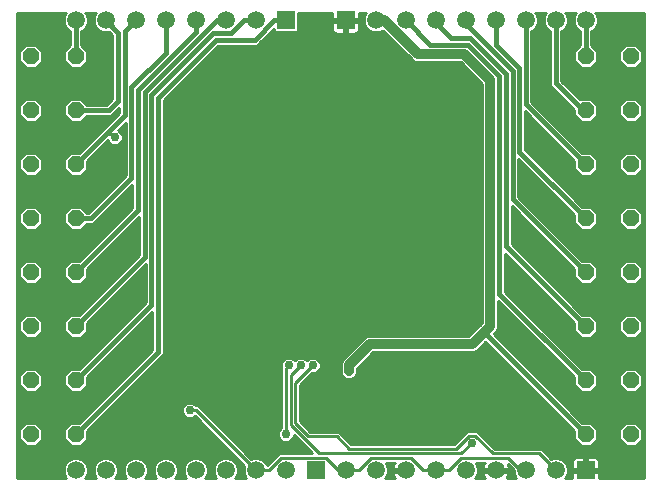
<source format=gbl>
G75*
%MOIN*%
%OFA0B0*%
%FSLAX25Y25*%
%IPPOS*%
%LPD*%
%AMOC8*
5,1,8,0,0,1.08239X$1,22.5*
%
%ADD10R,0.05900X0.05900*%
%ADD11C,0.05900*%
%ADD12OC8,0.05600*%
%ADD13C,0.02978*%
%ADD14C,0.01000*%
%ADD15C,0.03000*%
%ADD16C,0.01600*%
%ADD17C,0.03200*%
D10*
X0105500Y0008500D03*
X0195500Y0008500D03*
X0115500Y0158500D03*
X0095500Y0158500D03*
D11*
X0085500Y0158500D03*
X0075500Y0158500D03*
X0065500Y0158500D03*
X0055500Y0158500D03*
X0045500Y0158500D03*
X0035500Y0158500D03*
X0025500Y0158500D03*
X0125500Y0158500D03*
X0135500Y0158500D03*
X0145500Y0158500D03*
X0155500Y0158500D03*
X0165500Y0158500D03*
X0175500Y0158500D03*
X0185500Y0158500D03*
X0195500Y0158500D03*
X0185500Y0008500D03*
X0175500Y0008500D03*
X0165500Y0008500D03*
X0155500Y0008500D03*
X0145500Y0008500D03*
X0135500Y0008500D03*
X0125500Y0008500D03*
X0115500Y0008500D03*
X0095500Y0008500D03*
X0085500Y0008500D03*
X0075500Y0008500D03*
X0065500Y0008500D03*
X0055500Y0008500D03*
X0045500Y0008500D03*
X0035500Y0008500D03*
X0025500Y0008500D03*
D12*
X0025500Y0020500D03*
X0010500Y0020500D03*
X0010500Y0038500D03*
X0025500Y0038500D03*
X0025500Y0056500D03*
X0010500Y0056500D03*
X0010500Y0074500D03*
X0025500Y0074500D03*
X0025500Y0092500D03*
X0010500Y0092500D03*
X0010500Y0110500D03*
X0025500Y0110500D03*
X0025500Y0128500D03*
X0010500Y0128500D03*
X0010500Y0146500D03*
X0025500Y0146500D03*
X0195500Y0146500D03*
X0210500Y0146500D03*
X0210500Y0128500D03*
X0195500Y0128500D03*
X0195500Y0110500D03*
X0210500Y0110500D03*
X0210500Y0092500D03*
X0195500Y0092500D03*
X0195500Y0074500D03*
X0210500Y0074500D03*
X0210500Y0056500D03*
X0195500Y0056500D03*
X0195500Y0038500D03*
X0210500Y0038500D03*
X0210500Y0020500D03*
X0195500Y0020500D03*
D13*
X0157500Y0017500D03*
X0116500Y0041500D03*
X0108500Y0043500D03*
X0104500Y0043500D03*
X0100500Y0043500D03*
X0096500Y0043500D03*
X0095500Y0020500D03*
X0063500Y0028500D03*
X0038500Y0119500D03*
D14*
X0006000Y0161000D02*
X0006000Y0006000D01*
X0022272Y0006000D01*
X0022067Y0006206D01*
X0021450Y0007694D01*
X0021450Y0009306D01*
X0022067Y0010794D01*
X0023206Y0011933D01*
X0024694Y0012550D01*
X0026306Y0012550D01*
X0027794Y0011933D01*
X0028933Y0010794D01*
X0029550Y0009306D01*
X0029550Y0007694D01*
X0028933Y0006206D01*
X0028728Y0006000D01*
X0032272Y0006000D01*
X0032067Y0006206D01*
X0031450Y0007694D01*
X0031450Y0009306D01*
X0032067Y0010794D01*
X0033206Y0011933D01*
X0034694Y0012550D01*
X0036306Y0012550D01*
X0037794Y0011933D01*
X0038933Y0010794D01*
X0039550Y0009306D01*
X0039550Y0007694D01*
X0038933Y0006206D01*
X0038728Y0006000D01*
X0042272Y0006000D01*
X0042067Y0006206D01*
X0041450Y0007694D01*
X0041450Y0009306D01*
X0042067Y0010794D01*
X0043206Y0011933D01*
X0044694Y0012550D01*
X0046306Y0012550D01*
X0047794Y0011933D01*
X0048933Y0010794D01*
X0049550Y0009306D01*
X0049550Y0007694D01*
X0048933Y0006206D01*
X0048728Y0006000D01*
X0052272Y0006000D01*
X0052067Y0006206D01*
X0051450Y0007694D01*
X0051450Y0009306D01*
X0052067Y0010794D01*
X0053206Y0011933D01*
X0054694Y0012550D01*
X0056306Y0012550D01*
X0057794Y0011933D01*
X0058933Y0010794D01*
X0059550Y0009306D01*
X0059550Y0007694D01*
X0058933Y0006206D01*
X0058728Y0006000D01*
X0062272Y0006000D01*
X0062067Y0006206D01*
X0061450Y0007694D01*
X0061450Y0009306D01*
X0062067Y0010794D01*
X0063206Y0011933D01*
X0064694Y0012550D01*
X0066306Y0012550D01*
X0067794Y0011933D01*
X0068933Y0010794D01*
X0069550Y0009306D01*
X0069550Y0007694D01*
X0068933Y0006206D01*
X0068728Y0006000D01*
X0072272Y0006000D01*
X0072067Y0006206D01*
X0071450Y0007694D01*
X0071450Y0009306D01*
X0072067Y0010794D01*
X0073206Y0011933D01*
X0074694Y0012550D01*
X0076306Y0012550D01*
X0077794Y0011933D01*
X0078933Y0010794D01*
X0079550Y0009306D01*
X0079550Y0007694D01*
X0078933Y0006206D01*
X0078728Y0006000D01*
X0082272Y0006000D01*
X0082067Y0006206D01*
X0081450Y0007694D01*
X0081450Y0009306D01*
X0081738Y0010000D01*
X0065199Y0026538D01*
X0064967Y0026305D01*
X0064015Y0025911D01*
X0062985Y0025911D01*
X0062033Y0026305D01*
X0061305Y0027033D01*
X0060911Y0027985D01*
X0060911Y0029015D01*
X0061305Y0029967D01*
X0062033Y0030695D01*
X0062985Y0031089D01*
X0064015Y0031089D01*
X0064967Y0030695D01*
X0065561Y0030100D01*
X0066163Y0030100D01*
X0067100Y0029163D01*
X0084000Y0012262D01*
X0084694Y0012550D01*
X0086306Y0012550D01*
X0087794Y0011933D01*
X0088933Y0010794D01*
X0089188Y0010179D01*
X0092222Y0013213D01*
X0093160Y0014150D01*
X0104187Y0014150D01*
X0098089Y0020248D01*
X0098089Y0019985D01*
X0097695Y0019033D01*
X0096967Y0018305D01*
X0096015Y0017911D01*
X0094985Y0017911D01*
X0094033Y0018305D01*
X0093305Y0019033D01*
X0092911Y0019985D01*
X0092911Y0021015D01*
X0093305Y0021967D01*
X0093900Y0022561D01*
X0093900Y0043163D01*
X0093911Y0043174D01*
X0093911Y0044015D01*
X0094305Y0044967D01*
X0095033Y0045695D01*
X0095985Y0046089D01*
X0097015Y0046089D01*
X0097967Y0045695D01*
X0098500Y0045161D01*
X0099033Y0045695D01*
X0099985Y0046089D01*
X0101015Y0046089D01*
X0101967Y0045695D01*
X0102500Y0045161D01*
X0103033Y0045695D01*
X0103985Y0046089D01*
X0105015Y0046089D01*
X0105967Y0045695D01*
X0106695Y0044967D01*
X0107089Y0044015D01*
X0107089Y0042985D01*
X0106695Y0042033D01*
X0105967Y0041305D01*
X0105015Y0040911D01*
X0104174Y0040911D01*
X0100300Y0037037D01*
X0100300Y0024825D01*
X0103716Y0021409D01*
X0113172Y0021409D01*
X0117232Y0017350D01*
X0151426Y0017350D01*
X0155765Y0021689D01*
X0159235Y0021689D01*
X0165174Y0015750D01*
X0180513Y0015750D01*
X0181450Y0014813D01*
X0181450Y0014813D01*
X0184000Y0012262D01*
X0184694Y0012550D01*
X0186306Y0012550D01*
X0187794Y0011933D01*
X0188933Y0010794D01*
X0189550Y0009306D01*
X0189550Y0007694D01*
X0188933Y0006206D01*
X0188728Y0006000D01*
X0191050Y0006000D01*
X0191050Y0008025D01*
X0195025Y0008025D01*
X0195025Y0008975D01*
X0195025Y0012950D01*
X0192353Y0012950D01*
X0191971Y0012848D01*
X0191629Y0012650D01*
X0191350Y0012371D01*
X0191152Y0012029D01*
X0191050Y0011647D01*
X0191050Y0008975D01*
X0195025Y0008975D01*
X0195975Y0008975D01*
X0195975Y0012950D01*
X0198647Y0012950D01*
X0199029Y0012848D01*
X0199371Y0012650D01*
X0199650Y0012371D01*
X0199848Y0012029D01*
X0199950Y0011647D01*
X0199950Y0008975D01*
X0195975Y0008975D01*
X0195975Y0008025D01*
X0199950Y0008025D01*
X0199950Y0006000D01*
X0215000Y0006000D01*
X0215000Y0161000D01*
X0198728Y0161000D01*
X0198933Y0160794D01*
X0199550Y0159306D01*
X0199550Y0157694D01*
X0198933Y0156206D01*
X0197794Y0155067D01*
X0197400Y0154903D01*
X0197400Y0150115D01*
X0199400Y0148115D01*
X0199400Y0144885D01*
X0197115Y0142600D01*
X0193885Y0142600D01*
X0191600Y0144885D01*
X0191600Y0148115D01*
X0193600Y0150115D01*
X0193600Y0154903D01*
X0193206Y0155067D01*
X0192067Y0156206D01*
X0191450Y0157694D01*
X0191450Y0159306D01*
X0192067Y0160794D01*
X0192272Y0161000D01*
X0188728Y0161000D01*
X0188933Y0160794D01*
X0189550Y0159306D01*
X0189550Y0157694D01*
X0188933Y0156206D01*
X0187794Y0155067D01*
X0187400Y0154903D01*
X0187400Y0138287D01*
X0193586Y0132101D01*
X0193885Y0132400D01*
X0197115Y0132400D01*
X0199400Y0130115D01*
X0199400Y0126885D01*
X0197115Y0124600D01*
X0193885Y0124600D01*
X0191600Y0126885D01*
X0191600Y0128713D01*
X0183600Y0136713D01*
X0183600Y0154903D01*
X0183206Y0155067D01*
X0182067Y0156206D01*
X0181450Y0157694D01*
X0181450Y0159306D01*
X0182067Y0160794D01*
X0182272Y0161000D01*
X0178728Y0161000D01*
X0178933Y0160794D01*
X0179550Y0159306D01*
X0179550Y0157694D01*
X0178933Y0156206D01*
X0177794Y0155067D01*
X0177400Y0154903D01*
X0177400Y0131287D01*
X0194287Y0114400D01*
X0197115Y0114400D01*
X0199400Y0112115D01*
X0199400Y0108885D01*
X0197115Y0106600D01*
X0193885Y0106600D01*
X0191600Y0108885D01*
X0191600Y0111713D01*
X0175200Y0128113D01*
X0175200Y0115487D01*
X0194287Y0096400D01*
X0197115Y0096400D01*
X0199400Y0094115D01*
X0199400Y0090885D01*
X0197115Y0088600D01*
X0193885Y0088600D01*
X0191600Y0090885D01*
X0191600Y0093713D01*
X0173000Y0112313D01*
X0173000Y0099687D01*
X0194287Y0078400D01*
X0197115Y0078400D01*
X0199400Y0076115D01*
X0199400Y0072885D01*
X0197115Y0070600D01*
X0193885Y0070600D01*
X0191600Y0072885D01*
X0191600Y0075713D01*
X0170800Y0096513D01*
X0170800Y0083887D01*
X0194287Y0060400D01*
X0197115Y0060400D01*
X0199400Y0058115D01*
X0199400Y0054885D01*
X0197115Y0052600D01*
X0193885Y0052600D01*
X0191600Y0054885D01*
X0191600Y0057713D01*
X0168600Y0080713D01*
X0168600Y0068087D01*
X0194287Y0042400D01*
X0197115Y0042400D01*
X0199400Y0040115D01*
X0199400Y0036885D01*
X0197115Y0034600D01*
X0193885Y0034600D01*
X0191600Y0036885D01*
X0191600Y0039713D01*
X0166400Y0064913D01*
X0166400Y0056163D01*
X0165989Y0055171D01*
X0164753Y0053934D01*
X0194287Y0024400D01*
X0197115Y0024400D01*
X0199400Y0022115D01*
X0199400Y0018885D01*
X0197115Y0016600D01*
X0193885Y0016600D01*
X0191600Y0018885D01*
X0191600Y0021713D01*
X0162066Y0051247D01*
X0159789Y0048971D01*
X0159029Y0048211D01*
X0158037Y0047800D01*
X0124618Y0047800D01*
X0119200Y0042382D01*
X0119200Y0040963D01*
X0118789Y0039971D01*
X0118029Y0039211D01*
X0117037Y0038800D01*
X0115963Y0038800D01*
X0114971Y0039211D01*
X0114211Y0039971D01*
X0113800Y0040963D01*
X0113800Y0044037D01*
X0114211Y0045029D01*
X0114971Y0045789D01*
X0121971Y0052789D01*
X0122963Y0053200D01*
X0156382Y0053200D01*
X0160563Y0057382D01*
X0161000Y0057818D01*
X0161000Y0137405D01*
X0153805Y0144600D01*
X0138880Y0144600D01*
X0137887Y0145011D01*
X0137128Y0145771D01*
X0127813Y0155085D01*
X0127794Y0155067D01*
X0126306Y0154450D01*
X0124694Y0154450D01*
X0123206Y0155067D01*
X0122067Y0156206D01*
X0121450Y0157694D01*
X0121450Y0159306D01*
X0122067Y0160794D01*
X0122272Y0161000D01*
X0119950Y0161000D01*
X0119950Y0158975D01*
X0115975Y0158975D01*
X0115975Y0158025D01*
X0119950Y0158025D01*
X0119950Y0155353D01*
X0119848Y0154971D01*
X0119650Y0154629D01*
X0119371Y0154350D01*
X0119029Y0154152D01*
X0118647Y0154050D01*
X0115975Y0154050D01*
X0115975Y0158025D01*
X0115025Y0158025D01*
X0115025Y0154050D01*
X0112353Y0154050D01*
X0111971Y0154152D01*
X0111629Y0154350D01*
X0111350Y0154629D01*
X0111152Y0154971D01*
X0111050Y0155353D01*
X0111050Y0158025D01*
X0115025Y0158025D01*
X0115025Y0158975D01*
X0111050Y0158975D01*
X0111050Y0161000D01*
X0099550Y0161000D01*
X0099550Y0155094D01*
X0098906Y0154450D01*
X0092094Y0154450D01*
X0091450Y0155094D01*
X0091450Y0155611D01*
X0087002Y0151163D01*
X0085889Y0150050D01*
X0072960Y0150050D01*
X0054800Y0131890D01*
X0054800Y0047113D01*
X0029400Y0021713D01*
X0029400Y0018885D01*
X0027115Y0016600D01*
X0023885Y0016600D01*
X0021600Y0018885D01*
X0021600Y0022115D01*
X0023885Y0024400D01*
X0026713Y0024400D01*
X0051000Y0048687D01*
X0051000Y0061313D01*
X0029400Y0039713D01*
X0029400Y0036885D01*
X0027115Y0034600D01*
X0023885Y0034600D01*
X0021600Y0036885D01*
X0021600Y0040115D01*
X0023885Y0042400D01*
X0026713Y0042400D01*
X0048800Y0064487D01*
X0048800Y0077113D01*
X0029400Y0057713D01*
X0029400Y0054885D01*
X0027115Y0052600D01*
X0023885Y0052600D01*
X0021600Y0054885D01*
X0021600Y0058115D01*
X0023885Y0060400D01*
X0026713Y0060400D01*
X0046600Y0080287D01*
X0046600Y0092913D01*
X0029400Y0075713D01*
X0029400Y0072885D01*
X0027115Y0070600D01*
X0023885Y0070600D01*
X0021600Y0072885D01*
X0021600Y0076115D01*
X0023885Y0078400D01*
X0026713Y0078400D01*
X0044289Y0095976D01*
X0044289Y0103602D01*
X0031287Y0090600D01*
X0029115Y0090600D01*
X0027115Y0088600D01*
X0023885Y0088600D01*
X0021600Y0090885D01*
X0021600Y0094115D01*
X0023885Y0096400D01*
X0027115Y0096400D01*
X0029115Y0094400D01*
X0029713Y0094400D01*
X0042089Y0106776D01*
X0042089Y0124402D01*
X0039553Y0121866D01*
X0039967Y0121695D01*
X0040695Y0120967D01*
X0041089Y0120015D01*
X0041089Y0118985D01*
X0040695Y0118033D01*
X0039967Y0117305D01*
X0039015Y0116911D01*
X0037985Y0116911D01*
X0037033Y0117305D01*
X0036305Y0118033D01*
X0036134Y0118447D01*
X0029400Y0111713D01*
X0029400Y0108885D01*
X0027115Y0106600D01*
X0023885Y0106600D01*
X0021600Y0108885D01*
X0021600Y0112115D01*
X0023885Y0114400D01*
X0026713Y0114400D01*
X0033600Y0121287D01*
X0039889Y0127576D01*
X0039889Y0129202D01*
X0037287Y0126600D01*
X0029115Y0126600D01*
X0027115Y0124600D01*
X0023885Y0124600D01*
X0021600Y0126885D01*
X0021600Y0130115D01*
X0023885Y0132400D01*
X0027115Y0132400D01*
X0029115Y0130400D01*
X0035713Y0130400D01*
X0037689Y0132376D01*
X0037689Y0153624D01*
X0036700Y0154613D01*
X0036306Y0154450D01*
X0034694Y0154450D01*
X0033206Y0155067D01*
X0032067Y0156206D01*
X0031450Y0157694D01*
X0031450Y0159306D01*
X0032067Y0160794D01*
X0032272Y0161000D01*
X0028728Y0161000D01*
X0028933Y0160794D01*
X0029550Y0159306D01*
X0029550Y0157694D01*
X0028933Y0156206D01*
X0027794Y0155067D01*
X0027400Y0154903D01*
X0027400Y0150115D01*
X0029400Y0148115D01*
X0029400Y0144885D01*
X0027115Y0142600D01*
X0023885Y0142600D01*
X0021600Y0144885D01*
X0021600Y0148115D01*
X0023600Y0150115D01*
X0023600Y0154903D01*
X0023206Y0155067D01*
X0022067Y0156206D01*
X0021450Y0157694D01*
X0021450Y0159306D01*
X0022067Y0160794D01*
X0022272Y0161000D01*
X0006000Y0161000D01*
X0006000Y0160263D02*
X0021847Y0160263D01*
X0021450Y0159265D02*
X0006000Y0159265D01*
X0006000Y0158266D02*
X0021450Y0158266D01*
X0021627Y0157268D02*
X0006000Y0157268D01*
X0006000Y0156269D02*
X0022040Y0156269D01*
X0023002Y0155271D02*
X0006000Y0155271D01*
X0006000Y0154272D02*
X0023600Y0154272D01*
X0023600Y0153274D02*
X0006000Y0153274D01*
X0006000Y0152275D02*
X0023600Y0152275D01*
X0023600Y0151277D02*
X0006000Y0151277D01*
X0006000Y0150278D02*
X0008763Y0150278D01*
X0008885Y0150400D02*
X0006600Y0148115D01*
X0006600Y0144885D01*
X0008885Y0142600D01*
X0012115Y0142600D01*
X0014400Y0144885D01*
X0014400Y0148115D01*
X0012115Y0150400D01*
X0008885Y0150400D01*
X0007764Y0149280D02*
X0006000Y0149280D01*
X0006000Y0148281D02*
X0006766Y0148281D01*
X0006600Y0147283D02*
X0006000Y0147283D01*
X0006000Y0146284D02*
X0006600Y0146284D01*
X0006600Y0145286D02*
X0006000Y0145286D01*
X0006000Y0144287D02*
X0007197Y0144287D01*
X0008196Y0143289D02*
X0006000Y0143289D01*
X0006000Y0142290D02*
X0037689Y0142290D01*
X0037689Y0141292D02*
X0006000Y0141292D01*
X0006000Y0140293D02*
X0037689Y0140293D01*
X0037689Y0139295D02*
X0006000Y0139295D01*
X0006000Y0138296D02*
X0037689Y0138296D01*
X0037689Y0137298D02*
X0006000Y0137298D01*
X0006000Y0136299D02*
X0037689Y0136299D01*
X0037689Y0135301D02*
X0006000Y0135301D01*
X0006000Y0134302D02*
X0037689Y0134302D01*
X0037689Y0133303D02*
X0006000Y0133303D01*
X0006000Y0132305D02*
X0008790Y0132305D01*
X0008885Y0132400D02*
X0006600Y0130115D01*
X0006600Y0126885D01*
X0008885Y0124600D01*
X0012115Y0124600D01*
X0014400Y0126885D01*
X0014400Y0130115D01*
X0012115Y0132400D01*
X0008885Y0132400D01*
X0007791Y0131306D02*
X0006000Y0131306D01*
X0006000Y0130308D02*
X0006793Y0130308D01*
X0006600Y0129309D02*
X0006000Y0129309D01*
X0006000Y0128311D02*
X0006600Y0128311D01*
X0006600Y0127312D02*
X0006000Y0127312D01*
X0006000Y0126314D02*
X0007171Y0126314D01*
X0008169Y0125315D02*
X0006000Y0125315D01*
X0006000Y0124317D02*
X0036630Y0124317D01*
X0037628Y0125315D02*
X0027831Y0125315D01*
X0028829Y0126314D02*
X0038627Y0126314D01*
X0037999Y0127312D02*
X0039625Y0127312D01*
X0039889Y0128311D02*
X0038998Y0128311D01*
X0036619Y0131306D02*
X0028209Y0131306D01*
X0027210Y0132305D02*
X0037618Y0132305D01*
X0042004Y0124317D02*
X0042089Y0124317D01*
X0042089Y0123318D02*
X0041005Y0123318D01*
X0040007Y0122320D02*
X0042089Y0122320D01*
X0042089Y0121321D02*
X0040340Y0121321D01*
X0040961Y0120323D02*
X0042089Y0120323D01*
X0042089Y0119324D02*
X0041089Y0119324D01*
X0040816Y0118326D02*
X0042089Y0118326D01*
X0042089Y0117327D02*
X0039989Y0117327D01*
X0042089Y0116329D02*
X0034016Y0116329D01*
X0035014Y0117327D02*
X0037011Y0117327D01*
X0036184Y0118326D02*
X0036013Y0118326D01*
X0037500Y0120500D02*
X0038500Y0119500D01*
X0037500Y0120500D02*
X0035500Y0120500D01*
X0034633Y0122320D02*
X0006000Y0122320D01*
X0006000Y0123318D02*
X0035631Y0123318D01*
X0033634Y0121321D02*
X0006000Y0121321D01*
X0006000Y0120323D02*
X0032636Y0120323D01*
X0031637Y0119324D02*
X0006000Y0119324D01*
X0006000Y0118326D02*
X0030639Y0118326D01*
X0029640Y0117327D02*
X0006000Y0117327D01*
X0006000Y0116329D02*
X0028642Y0116329D01*
X0027643Y0115330D02*
X0006000Y0115330D01*
X0006000Y0114332D02*
X0008816Y0114332D01*
X0008885Y0114400D02*
X0006600Y0112115D01*
X0006600Y0108885D01*
X0008885Y0106600D01*
X0012115Y0106600D01*
X0014400Y0108885D01*
X0014400Y0112115D01*
X0012115Y0114400D01*
X0008885Y0114400D01*
X0007818Y0113333D02*
X0006000Y0113333D01*
X0006000Y0112335D02*
X0006819Y0112335D01*
X0006600Y0111336D02*
X0006000Y0111336D01*
X0006000Y0110338D02*
X0006600Y0110338D01*
X0006600Y0109339D02*
X0006000Y0109339D01*
X0006000Y0108341D02*
X0007144Y0108341D01*
X0008142Y0107342D02*
X0006000Y0107342D01*
X0006000Y0106344D02*
X0041657Y0106344D01*
X0042089Y0107342D02*
X0027858Y0107342D01*
X0028856Y0108341D02*
X0042089Y0108341D01*
X0042089Y0109339D02*
X0029400Y0109339D01*
X0029400Y0110338D02*
X0042089Y0110338D01*
X0042089Y0111336D02*
X0029400Y0111336D01*
X0030022Y0112335D02*
X0042089Y0112335D01*
X0042089Y0113333D02*
X0031020Y0113333D01*
X0032019Y0114332D02*
X0042089Y0114332D01*
X0042089Y0115330D02*
X0033017Y0115330D01*
X0023816Y0114332D02*
X0012184Y0114332D01*
X0013182Y0113333D02*
X0022818Y0113333D01*
X0021819Y0112335D02*
X0014181Y0112335D01*
X0014400Y0111336D02*
X0021600Y0111336D01*
X0021600Y0110338D02*
X0014400Y0110338D01*
X0014400Y0109339D02*
X0021600Y0109339D01*
X0022144Y0108341D02*
X0013856Y0108341D01*
X0012858Y0107342D02*
X0023142Y0107342D01*
X0034667Y0099354D02*
X0006000Y0099354D01*
X0006000Y0098356D02*
X0033669Y0098356D01*
X0032670Y0097357D02*
X0006000Y0097357D01*
X0006000Y0096359D02*
X0008843Y0096359D01*
X0008885Y0096400D02*
X0006600Y0094115D01*
X0006600Y0090885D01*
X0008885Y0088600D01*
X0012115Y0088600D01*
X0014400Y0090885D01*
X0014400Y0094115D01*
X0012115Y0096400D01*
X0008885Y0096400D01*
X0007845Y0095360D02*
X0006000Y0095360D01*
X0006000Y0094362D02*
X0006846Y0094362D01*
X0006600Y0093363D02*
X0006000Y0093363D01*
X0006000Y0092365D02*
X0006600Y0092365D01*
X0006600Y0091366D02*
X0006000Y0091366D01*
X0006000Y0090368D02*
X0007117Y0090368D01*
X0008116Y0089369D02*
X0006000Y0089369D01*
X0006000Y0088370D02*
X0036683Y0088370D01*
X0035685Y0087372D02*
X0006000Y0087372D01*
X0006000Y0086373D02*
X0034686Y0086373D01*
X0033688Y0085375D02*
X0006000Y0085375D01*
X0006000Y0084376D02*
X0032689Y0084376D01*
X0031691Y0083378D02*
X0006000Y0083378D01*
X0006000Y0082379D02*
X0030692Y0082379D01*
X0029694Y0081381D02*
X0006000Y0081381D01*
X0006000Y0080382D02*
X0028695Y0080382D01*
X0027697Y0079384D02*
X0006000Y0079384D01*
X0006000Y0078385D02*
X0008870Y0078385D01*
X0008885Y0078400D02*
X0006600Y0076115D01*
X0006600Y0072885D01*
X0008885Y0070600D01*
X0012115Y0070600D01*
X0014400Y0072885D01*
X0014400Y0076115D01*
X0012115Y0078400D01*
X0008885Y0078400D01*
X0007871Y0077387D02*
X0006000Y0077387D01*
X0006000Y0076388D02*
X0006873Y0076388D01*
X0006600Y0075390D02*
X0006000Y0075390D01*
X0006000Y0074391D02*
X0006600Y0074391D01*
X0006600Y0073393D02*
X0006000Y0073393D01*
X0006000Y0072394D02*
X0007090Y0072394D01*
X0008089Y0071396D02*
X0006000Y0071396D01*
X0006000Y0070397D02*
X0036710Y0070397D01*
X0035712Y0069399D02*
X0006000Y0069399D01*
X0006000Y0068400D02*
X0034713Y0068400D01*
X0033715Y0067402D02*
X0006000Y0067402D01*
X0006000Y0066403D02*
X0032716Y0066403D01*
X0031718Y0065405D02*
X0006000Y0065405D01*
X0006000Y0064406D02*
X0030719Y0064406D01*
X0029721Y0063408D02*
X0006000Y0063408D01*
X0006000Y0062409D02*
X0028722Y0062409D01*
X0027724Y0061411D02*
X0006000Y0061411D01*
X0006000Y0060412D02*
X0026725Y0060412D01*
X0030102Y0058415D02*
X0042728Y0058415D01*
X0041730Y0057417D02*
X0029400Y0057417D01*
X0029400Y0056418D02*
X0040731Y0056418D01*
X0039733Y0055420D02*
X0029400Y0055420D01*
X0028937Y0054421D02*
X0038734Y0054421D01*
X0037736Y0053423D02*
X0027938Y0053423D01*
X0023062Y0053423D02*
X0012938Y0053423D01*
X0012115Y0052600D02*
X0014400Y0054885D01*
X0014400Y0058115D01*
X0012115Y0060400D01*
X0008885Y0060400D01*
X0006600Y0058115D01*
X0006600Y0054885D01*
X0008885Y0052600D01*
X0012115Y0052600D01*
X0013937Y0054421D02*
X0022063Y0054421D01*
X0021600Y0055420D02*
X0014400Y0055420D01*
X0014400Y0056418D02*
X0021600Y0056418D01*
X0021600Y0057417D02*
X0014400Y0057417D01*
X0014100Y0058415D02*
X0021900Y0058415D01*
X0022898Y0059414D02*
X0013102Y0059414D01*
X0007898Y0059414D02*
X0006000Y0059414D01*
X0006000Y0058415D02*
X0006900Y0058415D01*
X0006600Y0057417D02*
X0006000Y0057417D01*
X0006000Y0056418D02*
X0006600Y0056418D01*
X0006600Y0055420D02*
X0006000Y0055420D01*
X0006000Y0054421D02*
X0007063Y0054421D01*
X0008062Y0053423D02*
X0006000Y0053423D01*
X0006000Y0052424D02*
X0036737Y0052424D01*
X0035739Y0051426D02*
X0006000Y0051426D01*
X0006000Y0050427D02*
X0034740Y0050427D01*
X0033742Y0049429D02*
X0006000Y0049429D01*
X0006000Y0048430D02*
X0032743Y0048430D01*
X0031745Y0047432D02*
X0006000Y0047432D01*
X0006000Y0046433D02*
X0030746Y0046433D01*
X0029748Y0045434D02*
X0006000Y0045434D01*
X0006000Y0044436D02*
X0028749Y0044436D01*
X0027750Y0043437D02*
X0006000Y0043437D01*
X0006000Y0042439D02*
X0026752Y0042439D01*
X0030129Y0040442D02*
X0042755Y0040442D01*
X0043753Y0041440D02*
X0031127Y0041440D01*
X0032126Y0042439D02*
X0044752Y0042439D01*
X0045750Y0043437D02*
X0033124Y0043437D01*
X0034123Y0044436D02*
X0046749Y0044436D01*
X0047748Y0045434D02*
X0035121Y0045434D01*
X0036120Y0046433D02*
X0048746Y0046433D01*
X0049745Y0047432D02*
X0037119Y0047432D01*
X0038117Y0048430D02*
X0050743Y0048430D01*
X0051000Y0049429D02*
X0039116Y0049429D01*
X0040114Y0050427D02*
X0051000Y0050427D01*
X0051000Y0051426D02*
X0041113Y0051426D01*
X0042111Y0052424D02*
X0051000Y0052424D01*
X0051000Y0053423D02*
X0043110Y0053423D01*
X0044108Y0054421D02*
X0051000Y0054421D01*
X0051000Y0055420D02*
X0045107Y0055420D01*
X0046105Y0056418D02*
X0051000Y0056418D01*
X0051000Y0057417D02*
X0047104Y0057417D01*
X0048102Y0058415D02*
X0051000Y0058415D01*
X0051000Y0059414D02*
X0049101Y0059414D01*
X0050099Y0060412D02*
X0051000Y0060412D01*
X0054800Y0060412D02*
X0161000Y0060412D01*
X0161000Y0059414D02*
X0054800Y0059414D01*
X0054800Y0058415D02*
X0161000Y0058415D01*
X0160598Y0057417D02*
X0054800Y0057417D01*
X0054800Y0056418D02*
X0159600Y0056418D01*
X0158601Y0055420D02*
X0054800Y0055420D01*
X0054800Y0054421D02*
X0157603Y0054421D01*
X0156604Y0053423D02*
X0054800Y0053423D01*
X0054800Y0052424D02*
X0121606Y0052424D01*
X0120607Y0051426D02*
X0054800Y0051426D01*
X0054800Y0050427D02*
X0119609Y0050427D01*
X0118610Y0049429D02*
X0054800Y0049429D01*
X0054800Y0048430D02*
X0117612Y0048430D01*
X0116613Y0047432D02*
X0054800Y0047432D01*
X0054120Y0046433D02*
X0115615Y0046433D01*
X0114616Y0045434D02*
X0106227Y0045434D01*
X0106915Y0044436D02*
X0113965Y0044436D01*
X0113800Y0043437D02*
X0107089Y0043437D01*
X0106863Y0042439D02*
X0113800Y0042439D01*
X0113800Y0041440D02*
X0106102Y0041440D01*
X0103705Y0040442D02*
X0114016Y0040442D01*
X0114738Y0039443D02*
X0102706Y0039443D01*
X0101708Y0038445D02*
X0174868Y0038445D01*
X0173870Y0039443D02*
X0118262Y0039443D01*
X0118984Y0040442D02*
X0172871Y0040442D01*
X0171873Y0041440D02*
X0119200Y0041440D01*
X0119257Y0042439D02*
X0170874Y0042439D01*
X0169876Y0043437D02*
X0120256Y0043437D01*
X0121254Y0044436D02*
X0168877Y0044436D01*
X0167878Y0045434D02*
X0122253Y0045434D01*
X0123251Y0046433D02*
X0166880Y0046433D01*
X0165881Y0047432D02*
X0124250Y0047432D01*
X0104500Y0043500D02*
X0098700Y0037700D01*
X0098700Y0024163D01*
X0103053Y0019809D01*
X0112510Y0019809D01*
X0116569Y0015750D01*
X0152089Y0015750D01*
X0156428Y0020089D01*
X0158572Y0020089D01*
X0164511Y0014150D01*
X0179850Y0014150D01*
X0185500Y0008500D01*
X0189550Y0008490D02*
X0195025Y0008490D01*
X0195975Y0008490D02*
X0215000Y0008490D01*
X0215000Y0009488D02*
X0199950Y0009488D01*
X0199950Y0010487D02*
X0215000Y0010487D01*
X0215000Y0011485D02*
X0199950Y0011485D01*
X0199538Y0012484D02*
X0215000Y0012484D01*
X0215000Y0013482D02*
X0182781Y0013482D01*
X0183779Y0012484D02*
X0184534Y0012484D01*
X0186466Y0012484D02*
X0191462Y0012484D01*
X0191050Y0011485D02*
X0188242Y0011485D01*
X0189061Y0010487D02*
X0191050Y0010487D01*
X0191050Y0009488D02*
X0189474Y0009488D01*
X0189466Y0007491D02*
X0191050Y0007491D01*
X0191050Y0006493D02*
X0189052Y0006493D01*
X0195025Y0009488D02*
X0195975Y0009488D01*
X0195975Y0010487D02*
X0195025Y0010487D01*
X0195025Y0011485D02*
X0195975Y0011485D01*
X0195975Y0012484D02*
X0195025Y0012484D01*
X0193008Y0017476D02*
X0163448Y0017476D01*
X0164446Y0016478D02*
X0215000Y0016478D01*
X0215000Y0017476D02*
X0212992Y0017476D01*
X0212115Y0016600D02*
X0214400Y0018885D01*
X0214400Y0022115D01*
X0212115Y0024400D01*
X0208885Y0024400D01*
X0206600Y0022115D01*
X0206600Y0018885D01*
X0208885Y0016600D01*
X0212115Y0016600D01*
X0208008Y0017476D02*
X0197992Y0017476D01*
X0198990Y0018475D02*
X0207010Y0018475D01*
X0206600Y0019473D02*
X0199400Y0019473D01*
X0199400Y0020472D02*
X0206600Y0020472D01*
X0206600Y0021470D02*
X0199400Y0021470D01*
X0199047Y0022469D02*
X0206953Y0022469D01*
X0207952Y0023467D02*
X0198048Y0023467D01*
X0194221Y0024466D02*
X0215000Y0024466D01*
X0215000Y0025464D02*
X0193223Y0025464D01*
X0192224Y0026463D02*
X0215000Y0026463D01*
X0215000Y0027461D02*
X0191226Y0027461D01*
X0190227Y0028460D02*
X0215000Y0028460D01*
X0215000Y0029458D02*
X0189229Y0029458D01*
X0188230Y0030457D02*
X0215000Y0030457D01*
X0215000Y0031455D02*
X0187232Y0031455D01*
X0186233Y0032454D02*
X0215000Y0032454D01*
X0215000Y0033452D02*
X0185235Y0033452D01*
X0184236Y0034451D02*
X0215000Y0034451D01*
X0215000Y0035449D02*
X0212965Y0035449D01*
X0212115Y0034600D02*
X0214400Y0036885D01*
X0214400Y0040115D01*
X0212115Y0042400D01*
X0208885Y0042400D01*
X0206600Y0040115D01*
X0206600Y0036885D01*
X0208885Y0034600D01*
X0212115Y0034600D01*
X0213963Y0036448D02*
X0215000Y0036448D01*
X0215000Y0037446D02*
X0214400Y0037446D01*
X0214400Y0038445D02*
X0215000Y0038445D01*
X0215000Y0039443D02*
X0214400Y0039443D01*
X0214073Y0040442D02*
X0215000Y0040442D01*
X0215000Y0041440D02*
X0213075Y0041440D01*
X0215000Y0042439D02*
X0194248Y0042439D01*
X0193250Y0043437D02*
X0215000Y0043437D01*
X0215000Y0044436D02*
X0192251Y0044436D01*
X0191252Y0045434D02*
X0215000Y0045434D01*
X0215000Y0046433D02*
X0190254Y0046433D01*
X0189255Y0047432D02*
X0215000Y0047432D01*
X0215000Y0048430D02*
X0188257Y0048430D01*
X0187258Y0049429D02*
X0215000Y0049429D01*
X0215000Y0050427D02*
X0186260Y0050427D01*
X0185261Y0051426D02*
X0215000Y0051426D01*
X0215000Y0052424D02*
X0184263Y0052424D01*
X0183264Y0053423D02*
X0193062Y0053423D01*
X0192063Y0054421D02*
X0182266Y0054421D01*
X0181267Y0055420D02*
X0191600Y0055420D01*
X0191600Y0056418D02*
X0180269Y0056418D01*
X0179270Y0057417D02*
X0191600Y0057417D01*
X0190898Y0058415D02*
X0178272Y0058415D01*
X0177273Y0059414D02*
X0189899Y0059414D01*
X0188901Y0060412D02*
X0176275Y0060412D01*
X0175276Y0061411D02*
X0187902Y0061411D01*
X0186904Y0062409D02*
X0174278Y0062409D01*
X0173279Y0063408D02*
X0185905Y0063408D01*
X0184907Y0064406D02*
X0172281Y0064406D01*
X0171282Y0065405D02*
X0183908Y0065405D01*
X0182910Y0066403D02*
X0170284Y0066403D01*
X0169285Y0067402D02*
X0181911Y0067402D01*
X0180913Y0068400D02*
X0168600Y0068400D01*
X0168600Y0069399D02*
X0179914Y0069399D01*
X0178916Y0070397D02*
X0168600Y0070397D01*
X0168600Y0071396D02*
X0177917Y0071396D01*
X0176919Y0072394D02*
X0168600Y0072394D01*
X0168600Y0073393D02*
X0175920Y0073393D01*
X0174922Y0074391D02*
X0168600Y0074391D01*
X0168600Y0075390D02*
X0173923Y0075390D01*
X0172925Y0076388D02*
X0168600Y0076388D01*
X0168600Y0077387D02*
X0171926Y0077387D01*
X0170928Y0078385D02*
X0168600Y0078385D01*
X0168600Y0079384D02*
X0169929Y0079384D01*
X0168931Y0080382D02*
X0168600Y0080382D01*
X0171309Y0083378D02*
X0183935Y0083378D01*
X0182937Y0084376D02*
X0170800Y0084376D01*
X0170800Y0085375D02*
X0181938Y0085375D01*
X0180940Y0086373D02*
X0170800Y0086373D01*
X0170800Y0087372D02*
X0179941Y0087372D01*
X0178943Y0088370D02*
X0170800Y0088370D01*
X0170800Y0089369D02*
X0177944Y0089369D01*
X0176945Y0090368D02*
X0170800Y0090368D01*
X0170800Y0091366D02*
X0175947Y0091366D01*
X0174948Y0092365D02*
X0170800Y0092365D01*
X0170800Y0093363D02*
X0173950Y0093363D01*
X0172951Y0094362D02*
X0170800Y0094362D01*
X0170800Y0095360D02*
X0171953Y0095360D01*
X0170954Y0096359D02*
X0170800Y0096359D01*
X0174331Y0098356D02*
X0186957Y0098356D01*
X0185959Y0099354D02*
X0173333Y0099354D01*
X0173000Y0100353D02*
X0184960Y0100353D01*
X0183962Y0101351D02*
X0173000Y0101351D01*
X0173000Y0102350D02*
X0182963Y0102350D01*
X0181965Y0103348D02*
X0173000Y0103348D01*
X0173000Y0104347D02*
X0180966Y0104347D01*
X0179968Y0105345D02*
X0173000Y0105345D01*
X0173000Y0106344D02*
X0178969Y0106344D01*
X0177971Y0107342D02*
X0173000Y0107342D01*
X0173000Y0108341D02*
X0176972Y0108341D01*
X0175974Y0109339D02*
X0173000Y0109339D01*
X0173000Y0110338D02*
X0174975Y0110338D01*
X0173977Y0111336D02*
X0173000Y0111336D01*
X0176355Y0114332D02*
X0188981Y0114332D01*
X0187983Y0115330D02*
X0175357Y0115330D01*
X0175200Y0116329D02*
X0186984Y0116329D01*
X0185986Y0117327D02*
X0175200Y0117327D01*
X0175200Y0118326D02*
X0184987Y0118326D01*
X0183989Y0119324D02*
X0175200Y0119324D01*
X0175200Y0120323D02*
X0182990Y0120323D01*
X0181992Y0121321D02*
X0175200Y0121321D01*
X0175200Y0122320D02*
X0180993Y0122320D01*
X0179995Y0123318D02*
X0175200Y0123318D01*
X0175200Y0124317D02*
X0178996Y0124317D01*
X0177998Y0125315D02*
X0175200Y0125315D01*
X0175200Y0126314D02*
X0176999Y0126314D01*
X0176001Y0127312D02*
X0175200Y0127312D01*
X0178379Y0130308D02*
X0190005Y0130308D01*
X0189007Y0131306D02*
X0177400Y0131306D01*
X0177400Y0132305D02*
X0188008Y0132305D01*
X0187009Y0133303D02*
X0177400Y0133303D01*
X0177400Y0134302D02*
X0186011Y0134302D01*
X0185012Y0135301D02*
X0177400Y0135301D01*
X0177400Y0136299D02*
X0184014Y0136299D01*
X0183600Y0137298D02*
X0177400Y0137298D01*
X0177400Y0138296D02*
X0183600Y0138296D01*
X0183600Y0139295D02*
X0177400Y0139295D01*
X0177400Y0140293D02*
X0183600Y0140293D01*
X0183600Y0141292D02*
X0177400Y0141292D01*
X0177400Y0142290D02*
X0183600Y0142290D01*
X0183600Y0143289D02*
X0177400Y0143289D01*
X0177400Y0144287D02*
X0183600Y0144287D01*
X0183600Y0145286D02*
X0177400Y0145286D01*
X0177400Y0146284D02*
X0183600Y0146284D01*
X0183600Y0147283D02*
X0177400Y0147283D01*
X0177400Y0148281D02*
X0183600Y0148281D01*
X0183600Y0149280D02*
X0177400Y0149280D01*
X0177400Y0150278D02*
X0183600Y0150278D01*
X0183600Y0151277D02*
X0177400Y0151277D01*
X0177400Y0152275D02*
X0183600Y0152275D01*
X0183600Y0153274D02*
X0177400Y0153274D01*
X0177400Y0154272D02*
X0183600Y0154272D01*
X0183002Y0155271D02*
X0177998Y0155271D01*
X0178960Y0156269D02*
X0182040Y0156269D01*
X0181627Y0157268D02*
X0179373Y0157268D01*
X0179550Y0158266D02*
X0181450Y0158266D01*
X0181450Y0159265D02*
X0179550Y0159265D01*
X0179153Y0160263D02*
X0181847Y0160263D01*
X0189153Y0160263D02*
X0191847Y0160263D01*
X0191450Y0159265D02*
X0189550Y0159265D01*
X0189550Y0158266D02*
X0191450Y0158266D01*
X0191627Y0157268D02*
X0189373Y0157268D01*
X0188960Y0156269D02*
X0192040Y0156269D01*
X0193002Y0155271D02*
X0187998Y0155271D01*
X0187400Y0154272D02*
X0193600Y0154272D01*
X0193600Y0153274D02*
X0187400Y0153274D01*
X0187400Y0152275D02*
X0193600Y0152275D01*
X0193600Y0151277D02*
X0187400Y0151277D01*
X0187400Y0150278D02*
X0193600Y0150278D01*
X0192764Y0149280D02*
X0187400Y0149280D01*
X0187400Y0148281D02*
X0191766Y0148281D01*
X0191600Y0147283D02*
X0187400Y0147283D01*
X0187400Y0146284D02*
X0191600Y0146284D01*
X0191600Y0145286D02*
X0187400Y0145286D01*
X0187400Y0144287D02*
X0192197Y0144287D01*
X0193196Y0143289D02*
X0187400Y0143289D01*
X0187400Y0142290D02*
X0215000Y0142290D01*
X0215000Y0141292D02*
X0187400Y0141292D01*
X0187400Y0140293D02*
X0215000Y0140293D01*
X0215000Y0139295D02*
X0187400Y0139295D01*
X0187400Y0138296D02*
X0215000Y0138296D01*
X0215000Y0137298D02*
X0188389Y0137298D01*
X0189388Y0136299D02*
X0215000Y0136299D01*
X0215000Y0135301D02*
X0190386Y0135301D01*
X0191385Y0134302D02*
X0215000Y0134302D01*
X0215000Y0133303D02*
X0192383Y0133303D01*
X0193382Y0132305D02*
X0193790Y0132305D01*
X0197210Y0132305D02*
X0208790Y0132305D01*
X0208885Y0132400D02*
X0206600Y0130115D01*
X0206600Y0126885D01*
X0208885Y0124600D01*
X0212115Y0124600D01*
X0214400Y0126885D01*
X0214400Y0130115D01*
X0212115Y0132400D01*
X0208885Y0132400D01*
X0207791Y0131306D02*
X0198209Y0131306D01*
X0199207Y0130308D02*
X0206793Y0130308D01*
X0206600Y0129309D02*
X0199400Y0129309D01*
X0199400Y0128311D02*
X0206600Y0128311D01*
X0206600Y0127312D02*
X0199400Y0127312D01*
X0198829Y0126314D02*
X0207171Y0126314D01*
X0208169Y0125315D02*
X0197831Y0125315D01*
X0193169Y0125315D02*
X0183372Y0125315D01*
X0184370Y0124317D02*
X0215000Y0124317D01*
X0215000Y0125315D02*
X0212831Y0125315D01*
X0213829Y0126314D02*
X0215000Y0126314D01*
X0215000Y0127312D02*
X0214400Y0127312D01*
X0214400Y0128311D02*
X0215000Y0128311D01*
X0215000Y0129309D02*
X0214400Y0129309D01*
X0214207Y0130308D02*
X0215000Y0130308D01*
X0215000Y0131306D02*
X0213209Y0131306D01*
X0212210Y0132305D02*
X0215000Y0132305D01*
X0215000Y0123318D02*
X0185369Y0123318D01*
X0186367Y0122320D02*
X0215000Y0122320D01*
X0215000Y0121321D02*
X0187366Y0121321D01*
X0188364Y0120323D02*
X0215000Y0120323D01*
X0215000Y0119324D02*
X0189363Y0119324D01*
X0190361Y0118326D02*
X0215000Y0118326D01*
X0215000Y0117327D02*
X0191360Y0117327D01*
X0192358Y0116329D02*
X0215000Y0116329D01*
X0215000Y0115330D02*
X0193357Y0115330D01*
X0190978Y0112335D02*
X0178352Y0112335D01*
X0177354Y0113333D02*
X0189980Y0113333D01*
X0191600Y0111336D02*
X0179351Y0111336D01*
X0180349Y0110338D02*
X0191600Y0110338D01*
X0191600Y0109339D02*
X0181348Y0109339D01*
X0182346Y0108341D02*
X0192144Y0108341D01*
X0193142Y0107342D02*
X0183345Y0107342D01*
X0184343Y0106344D02*
X0215000Y0106344D01*
X0215000Y0107342D02*
X0212858Y0107342D01*
X0212115Y0106600D02*
X0214400Y0108885D01*
X0214400Y0112115D01*
X0212115Y0114400D01*
X0208885Y0114400D01*
X0206600Y0112115D01*
X0206600Y0108885D01*
X0208885Y0106600D01*
X0212115Y0106600D01*
X0213856Y0108341D02*
X0215000Y0108341D01*
X0215000Y0109339D02*
X0214400Y0109339D01*
X0214400Y0110338D02*
X0215000Y0110338D01*
X0215000Y0111336D02*
X0214400Y0111336D01*
X0214181Y0112335D02*
X0215000Y0112335D01*
X0215000Y0113333D02*
X0213182Y0113333D01*
X0212184Y0114332D02*
X0215000Y0114332D01*
X0208816Y0114332D02*
X0197184Y0114332D01*
X0198182Y0113333D02*
X0207818Y0113333D01*
X0206819Y0112335D02*
X0199181Y0112335D01*
X0199400Y0111336D02*
X0206600Y0111336D01*
X0206600Y0110338D02*
X0199400Y0110338D01*
X0199400Y0109339D02*
X0206600Y0109339D01*
X0207144Y0108341D02*
X0198856Y0108341D01*
X0197858Y0107342D02*
X0208142Y0107342D01*
X0215000Y0105345D02*
X0185342Y0105345D01*
X0186340Y0104347D02*
X0215000Y0104347D01*
X0215000Y0103348D02*
X0187339Y0103348D01*
X0188337Y0102350D02*
X0215000Y0102350D01*
X0215000Y0101351D02*
X0189336Y0101351D01*
X0190334Y0100353D02*
X0215000Y0100353D01*
X0215000Y0099354D02*
X0191333Y0099354D01*
X0192331Y0098356D02*
X0215000Y0098356D01*
X0215000Y0097357D02*
X0193330Y0097357D01*
X0190951Y0094362D02*
X0178325Y0094362D01*
X0177327Y0095360D02*
X0189953Y0095360D01*
X0188954Y0096359D02*
X0176328Y0096359D01*
X0175330Y0097357D02*
X0187956Y0097357D01*
X0191600Y0093363D02*
X0179324Y0093363D01*
X0180322Y0092365D02*
X0191600Y0092365D01*
X0191600Y0091366D02*
X0181321Y0091366D01*
X0182319Y0090368D02*
X0192117Y0090368D01*
X0193116Y0089369D02*
X0183318Y0089369D01*
X0184316Y0088370D02*
X0215000Y0088370D01*
X0215000Y0087372D02*
X0185315Y0087372D01*
X0186314Y0086373D02*
X0215000Y0086373D01*
X0215000Y0085375D02*
X0187312Y0085375D01*
X0188311Y0084376D02*
X0215000Y0084376D01*
X0215000Y0083378D02*
X0189309Y0083378D01*
X0190308Y0082379D02*
X0215000Y0082379D01*
X0215000Y0081381D02*
X0191306Y0081381D01*
X0192305Y0080382D02*
X0215000Y0080382D01*
X0215000Y0079384D02*
X0193303Y0079384D01*
X0190925Y0076388D02*
X0178299Y0076388D01*
X0179297Y0075390D02*
X0191600Y0075390D01*
X0191600Y0074391D02*
X0180296Y0074391D01*
X0181294Y0073393D02*
X0191600Y0073393D01*
X0192090Y0072394D02*
X0182293Y0072394D01*
X0183291Y0071396D02*
X0193089Y0071396D01*
X0197911Y0071396D02*
X0208089Y0071396D01*
X0208885Y0070600D02*
X0212115Y0070600D01*
X0214400Y0072885D01*
X0214400Y0076115D01*
X0212115Y0078400D01*
X0208885Y0078400D01*
X0206600Y0076115D01*
X0206600Y0072885D01*
X0208885Y0070600D01*
X0207090Y0072394D02*
X0198910Y0072394D01*
X0199400Y0073393D02*
X0206600Y0073393D01*
X0206600Y0074391D02*
X0199400Y0074391D01*
X0199400Y0075390D02*
X0206600Y0075390D01*
X0206873Y0076388D02*
X0199127Y0076388D01*
X0198129Y0077387D02*
X0207871Y0077387D01*
X0208870Y0078385D02*
X0197130Y0078385D01*
X0189926Y0077387D02*
X0177300Y0077387D01*
X0176302Y0078385D02*
X0188928Y0078385D01*
X0187929Y0079384D02*
X0175303Y0079384D01*
X0174305Y0080382D02*
X0186931Y0080382D01*
X0185932Y0081381D02*
X0173306Y0081381D01*
X0172308Y0082379D02*
X0184934Y0082379D01*
X0197884Y0089369D02*
X0208116Y0089369D01*
X0208885Y0088600D02*
X0212115Y0088600D01*
X0214400Y0090885D01*
X0214400Y0094115D01*
X0212115Y0096400D01*
X0208885Y0096400D01*
X0206600Y0094115D01*
X0206600Y0090885D01*
X0208885Y0088600D01*
X0207117Y0090368D02*
X0198883Y0090368D01*
X0199400Y0091366D02*
X0206600Y0091366D01*
X0206600Y0092365D02*
X0199400Y0092365D01*
X0199400Y0093363D02*
X0206600Y0093363D01*
X0206846Y0094362D02*
X0199154Y0094362D01*
X0198155Y0095360D02*
X0207845Y0095360D01*
X0208843Y0096359D02*
X0197157Y0096359D01*
X0212157Y0096359D02*
X0215000Y0096359D01*
X0215000Y0095360D02*
X0213155Y0095360D01*
X0214154Y0094362D02*
X0215000Y0094362D01*
X0215000Y0093363D02*
X0214400Y0093363D01*
X0214400Y0092365D02*
X0215000Y0092365D01*
X0215000Y0091366D02*
X0214400Y0091366D01*
X0213883Y0090368D02*
X0215000Y0090368D01*
X0215000Y0089369D02*
X0212884Y0089369D01*
X0212130Y0078385D02*
X0215000Y0078385D01*
X0215000Y0077387D02*
X0213129Y0077387D01*
X0214127Y0076388D02*
X0215000Y0076388D01*
X0215000Y0075390D02*
X0214400Y0075390D01*
X0214400Y0074391D02*
X0215000Y0074391D01*
X0215000Y0073393D02*
X0214400Y0073393D01*
X0213910Y0072394D02*
X0215000Y0072394D01*
X0215000Y0071396D02*
X0212911Y0071396D01*
X0215000Y0070397D02*
X0184290Y0070397D01*
X0185288Y0069399D02*
X0215000Y0069399D01*
X0215000Y0068400D02*
X0186287Y0068400D01*
X0187285Y0067402D02*
X0215000Y0067402D01*
X0215000Y0066403D02*
X0188284Y0066403D01*
X0189282Y0065405D02*
X0215000Y0065405D01*
X0215000Y0064406D02*
X0190281Y0064406D01*
X0191279Y0063408D02*
X0215000Y0063408D01*
X0215000Y0062409D02*
X0192278Y0062409D01*
X0193276Y0061411D02*
X0215000Y0061411D01*
X0215000Y0060412D02*
X0194275Y0060412D01*
X0198102Y0059414D02*
X0207898Y0059414D01*
X0208885Y0060400D02*
X0206600Y0058115D01*
X0206600Y0054885D01*
X0208885Y0052600D01*
X0212115Y0052600D01*
X0214400Y0054885D01*
X0214400Y0058115D01*
X0212115Y0060400D01*
X0208885Y0060400D01*
X0206900Y0058415D02*
X0199100Y0058415D01*
X0199400Y0057417D02*
X0206600Y0057417D01*
X0206600Y0056418D02*
X0199400Y0056418D01*
X0199400Y0055420D02*
X0206600Y0055420D01*
X0207063Y0054421D02*
X0198937Y0054421D01*
X0197938Y0053423D02*
X0208062Y0053423D01*
X0212938Y0053423D02*
X0215000Y0053423D01*
X0215000Y0054421D02*
X0213937Y0054421D01*
X0214400Y0055420D02*
X0215000Y0055420D01*
X0215000Y0056418D02*
X0214400Y0056418D01*
X0214400Y0057417D02*
X0215000Y0057417D01*
X0215000Y0058415D02*
X0214100Y0058415D01*
X0215000Y0059414D02*
X0213102Y0059414D01*
X0207925Y0041440D02*
X0198075Y0041440D01*
X0199073Y0040442D02*
X0206927Y0040442D01*
X0206600Y0039443D02*
X0199400Y0039443D01*
X0199400Y0038445D02*
X0206600Y0038445D01*
X0206600Y0037446D02*
X0199400Y0037446D01*
X0198963Y0036448D02*
X0207037Y0036448D01*
X0208035Y0035449D02*
X0197965Y0035449D01*
X0193035Y0035449D02*
X0183238Y0035449D01*
X0182239Y0036448D02*
X0192037Y0036448D01*
X0191600Y0037446D02*
X0181241Y0037446D01*
X0180242Y0038445D02*
X0191600Y0038445D01*
X0191600Y0039443D02*
X0179244Y0039443D01*
X0178245Y0040442D02*
X0190871Y0040442D01*
X0189873Y0041440D02*
X0177247Y0041440D01*
X0176248Y0042439D02*
X0188874Y0042439D01*
X0187876Y0043437D02*
X0175250Y0043437D01*
X0174251Y0044436D02*
X0186877Y0044436D01*
X0185878Y0045434D02*
X0173252Y0045434D01*
X0172254Y0046433D02*
X0184880Y0046433D01*
X0183881Y0047432D02*
X0171255Y0047432D01*
X0170257Y0048430D02*
X0182883Y0048430D01*
X0181884Y0049429D02*
X0169258Y0049429D01*
X0168260Y0050427D02*
X0180886Y0050427D01*
X0179887Y0051426D02*
X0167261Y0051426D01*
X0166263Y0052424D02*
X0178889Y0052424D01*
X0177890Y0053423D02*
X0165264Y0053423D01*
X0165239Y0054421D02*
X0176892Y0054421D01*
X0175893Y0055420D02*
X0166092Y0055420D01*
X0166400Y0056418D02*
X0174895Y0056418D01*
X0173896Y0057417D02*
X0166400Y0057417D01*
X0166400Y0058415D02*
X0172898Y0058415D01*
X0171899Y0059414D02*
X0166400Y0059414D01*
X0166400Y0060412D02*
X0170901Y0060412D01*
X0169902Y0061411D02*
X0166400Y0061411D01*
X0166400Y0062409D02*
X0168904Y0062409D01*
X0167905Y0063408D02*
X0166400Y0063408D01*
X0166400Y0064406D02*
X0166907Y0064406D01*
X0161000Y0064406D02*
X0054800Y0064406D01*
X0054800Y0063408D02*
X0161000Y0063408D01*
X0161000Y0062409D02*
X0054800Y0062409D01*
X0054800Y0061411D02*
X0161000Y0061411D01*
X0161000Y0065405D02*
X0054800Y0065405D01*
X0054800Y0066403D02*
X0161000Y0066403D01*
X0161000Y0067402D02*
X0054800Y0067402D01*
X0054800Y0068400D02*
X0161000Y0068400D01*
X0161000Y0069399D02*
X0054800Y0069399D01*
X0054800Y0070397D02*
X0161000Y0070397D01*
X0161000Y0071396D02*
X0054800Y0071396D01*
X0054800Y0072394D02*
X0161000Y0072394D01*
X0161000Y0073393D02*
X0054800Y0073393D01*
X0054800Y0074391D02*
X0161000Y0074391D01*
X0161000Y0075390D02*
X0054800Y0075390D01*
X0054800Y0076388D02*
X0161000Y0076388D01*
X0161000Y0077387D02*
X0054800Y0077387D01*
X0054800Y0078385D02*
X0161000Y0078385D01*
X0161000Y0079384D02*
X0054800Y0079384D01*
X0054800Y0080382D02*
X0161000Y0080382D01*
X0161000Y0081381D02*
X0054800Y0081381D01*
X0054800Y0082379D02*
X0161000Y0082379D01*
X0161000Y0083378D02*
X0054800Y0083378D01*
X0054800Y0084376D02*
X0161000Y0084376D01*
X0161000Y0085375D02*
X0054800Y0085375D01*
X0054800Y0086373D02*
X0161000Y0086373D01*
X0161000Y0087372D02*
X0054800Y0087372D01*
X0054800Y0088370D02*
X0161000Y0088370D01*
X0161000Y0089369D02*
X0054800Y0089369D01*
X0054800Y0090368D02*
X0161000Y0090368D01*
X0161000Y0091366D02*
X0054800Y0091366D01*
X0054800Y0092365D02*
X0161000Y0092365D01*
X0161000Y0093363D02*
X0054800Y0093363D01*
X0054800Y0094362D02*
X0161000Y0094362D01*
X0161000Y0095360D02*
X0054800Y0095360D01*
X0054800Y0096359D02*
X0161000Y0096359D01*
X0161000Y0097357D02*
X0054800Y0097357D01*
X0054800Y0098356D02*
X0161000Y0098356D01*
X0161000Y0099354D02*
X0054800Y0099354D01*
X0054800Y0100353D02*
X0161000Y0100353D01*
X0161000Y0101351D02*
X0054800Y0101351D01*
X0054800Y0102350D02*
X0161000Y0102350D01*
X0161000Y0103348D02*
X0054800Y0103348D01*
X0054800Y0104347D02*
X0161000Y0104347D01*
X0161000Y0105345D02*
X0054800Y0105345D01*
X0054800Y0106344D02*
X0161000Y0106344D01*
X0161000Y0107342D02*
X0054800Y0107342D01*
X0054800Y0108341D02*
X0161000Y0108341D01*
X0161000Y0109339D02*
X0054800Y0109339D01*
X0054800Y0110338D02*
X0161000Y0110338D01*
X0161000Y0111336D02*
X0054800Y0111336D01*
X0054800Y0112335D02*
X0161000Y0112335D01*
X0161000Y0113333D02*
X0054800Y0113333D01*
X0054800Y0114332D02*
X0161000Y0114332D01*
X0161000Y0115330D02*
X0054800Y0115330D01*
X0054800Y0116329D02*
X0161000Y0116329D01*
X0161000Y0117327D02*
X0054800Y0117327D01*
X0054800Y0118326D02*
X0161000Y0118326D01*
X0161000Y0119324D02*
X0054800Y0119324D01*
X0054800Y0120323D02*
X0161000Y0120323D01*
X0161000Y0121321D02*
X0054800Y0121321D01*
X0054800Y0122320D02*
X0161000Y0122320D01*
X0161000Y0123318D02*
X0054800Y0123318D01*
X0054800Y0124317D02*
X0161000Y0124317D01*
X0161000Y0125315D02*
X0054800Y0125315D01*
X0054800Y0126314D02*
X0161000Y0126314D01*
X0161000Y0127312D02*
X0054800Y0127312D01*
X0054800Y0128311D02*
X0161000Y0128311D01*
X0161000Y0129309D02*
X0054800Y0129309D01*
X0054800Y0130308D02*
X0161000Y0130308D01*
X0161000Y0131306D02*
X0054800Y0131306D01*
X0055215Y0132305D02*
X0161000Y0132305D01*
X0161000Y0133303D02*
X0056213Y0133303D01*
X0057212Y0134302D02*
X0161000Y0134302D01*
X0161000Y0135301D02*
X0058210Y0135301D01*
X0059209Y0136299D02*
X0161000Y0136299D01*
X0161000Y0137298D02*
X0060207Y0137298D01*
X0061206Y0138296D02*
X0160109Y0138296D01*
X0159111Y0139295D02*
X0062204Y0139295D01*
X0063203Y0140293D02*
X0158112Y0140293D01*
X0157114Y0141292D02*
X0064201Y0141292D01*
X0065200Y0142290D02*
X0156115Y0142290D01*
X0155116Y0143289D02*
X0066198Y0143289D01*
X0067197Y0144287D02*
X0154118Y0144287D01*
X0137613Y0145286D02*
X0068195Y0145286D01*
X0069194Y0146284D02*
X0136614Y0146284D01*
X0135616Y0147283D02*
X0070192Y0147283D01*
X0071191Y0148281D02*
X0134617Y0148281D01*
X0133619Y0149280D02*
X0072189Y0149280D01*
X0086117Y0150278D02*
X0132620Y0150278D01*
X0131622Y0151277D02*
X0087116Y0151277D01*
X0088114Y0152275D02*
X0130623Y0152275D01*
X0129625Y0153274D02*
X0089113Y0153274D01*
X0090111Y0154272D02*
X0111763Y0154272D01*
X0111072Y0155271D02*
X0099550Y0155271D01*
X0099550Y0156269D02*
X0111050Y0156269D01*
X0111050Y0157268D02*
X0099550Y0157268D01*
X0099550Y0158266D02*
X0115025Y0158266D01*
X0115975Y0158266D02*
X0121450Y0158266D01*
X0121450Y0159265D02*
X0119950Y0159265D01*
X0119950Y0160263D02*
X0121847Y0160263D01*
X0121627Y0157268D02*
X0119950Y0157268D01*
X0119950Y0156269D02*
X0122040Y0156269D01*
X0123002Y0155271D02*
X0119928Y0155271D01*
X0119237Y0154272D02*
X0128626Y0154272D01*
X0115975Y0154272D02*
X0115025Y0154272D01*
X0115025Y0155271D02*
X0115975Y0155271D01*
X0115975Y0156269D02*
X0115025Y0156269D01*
X0115025Y0157268D02*
X0115975Y0157268D01*
X0111050Y0159265D02*
X0099550Y0159265D01*
X0099550Y0160263D02*
X0111050Y0160263D01*
X0091450Y0155271D02*
X0091110Y0155271D01*
X0037689Y0153274D02*
X0027400Y0153274D01*
X0027400Y0154272D02*
X0037041Y0154272D01*
X0037689Y0152275D02*
X0027400Y0152275D01*
X0027400Y0151277D02*
X0037689Y0151277D01*
X0037689Y0150278D02*
X0027400Y0150278D01*
X0028236Y0149280D02*
X0037689Y0149280D01*
X0037689Y0148281D02*
X0029234Y0148281D01*
X0029400Y0147283D02*
X0037689Y0147283D01*
X0037689Y0146284D02*
X0029400Y0146284D01*
X0029400Y0145286D02*
X0037689Y0145286D01*
X0037689Y0144287D02*
X0028803Y0144287D01*
X0027804Y0143289D02*
X0037689Y0143289D01*
X0033002Y0155271D02*
X0027998Y0155271D01*
X0028960Y0156269D02*
X0032040Y0156269D01*
X0031627Y0157268D02*
X0029373Y0157268D01*
X0029550Y0158266D02*
X0031450Y0158266D01*
X0031450Y0159265D02*
X0029550Y0159265D01*
X0029153Y0160263D02*
X0031847Y0160263D01*
X0023600Y0150278D02*
X0012237Y0150278D01*
X0013236Y0149280D02*
X0022764Y0149280D01*
X0021766Y0148281D02*
X0014234Y0148281D01*
X0014400Y0147283D02*
X0021600Y0147283D01*
X0021600Y0146284D02*
X0014400Y0146284D01*
X0014400Y0145286D02*
X0021600Y0145286D01*
X0022197Y0144287D02*
X0013803Y0144287D01*
X0012804Y0143289D02*
X0023196Y0143289D01*
X0023790Y0132305D02*
X0012210Y0132305D01*
X0013209Y0131306D02*
X0022791Y0131306D01*
X0021793Y0130308D02*
X0014207Y0130308D01*
X0014400Y0129309D02*
X0021600Y0129309D01*
X0021600Y0128311D02*
X0014400Y0128311D01*
X0014400Y0127312D02*
X0021600Y0127312D01*
X0022171Y0126314D02*
X0013829Y0126314D01*
X0012831Y0125315D02*
X0023169Y0125315D01*
X0006000Y0105345D02*
X0040658Y0105345D01*
X0039660Y0104347D02*
X0006000Y0104347D01*
X0006000Y0103348D02*
X0038661Y0103348D01*
X0037663Y0102350D02*
X0006000Y0102350D01*
X0006000Y0101351D02*
X0036664Y0101351D01*
X0035666Y0100353D02*
X0006000Y0100353D01*
X0012157Y0096359D02*
X0023843Y0096359D01*
X0022845Y0095360D02*
X0013155Y0095360D01*
X0014154Y0094362D02*
X0021846Y0094362D01*
X0021600Y0093363D02*
X0014400Y0093363D01*
X0014400Y0092365D02*
X0021600Y0092365D01*
X0021600Y0091366D02*
X0014400Y0091366D01*
X0013883Y0090368D02*
X0022117Y0090368D01*
X0023116Y0089369D02*
X0012884Y0089369D01*
X0012130Y0078385D02*
X0023870Y0078385D01*
X0022871Y0077387D02*
X0013129Y0077387D01*
X0014127Y0076388D02*
X0021873Y0076388D01*
X0021600Y0075390D02*
X0014400Y0075390D01*
X0014400Y0074391D02*
X0021600Y0074391D01*
X0021600Y0073393D02*
X0014400Y0073393D01*
X0013910Y0072394D02*
X0022090Y0072394D01*
X0023089Y0071396D02*
X0012911Y0071396D01*
X0027911Y0071396D02*
X0037709Y0071396D01*
X0038707Y0072394D02*
X0028910Y0072394D01*
X0029400Y0073393D02*
X0039706Y0073393D01*
X0040704Y0074391D02*
X0029400Y0074391D01*
X0029400Y0075390D02*
X0041703Y0075390D01*
X0042701Y0076388D02*
X0030075Y0076388D01*
X0031074Y0077387D02*
X0043700Y0077387D01*
X0044698Y0078385D02*
X0032072Y0078385D01*
X0033071Y0079384D02*
X0045697Y0079384D01*
X0046600Y0080382D02*
X0034069Y0080382D01*
X0035068Y0081381D02*
X0046600Y0081381D01*
X0046600Y0082379D02*
X0036066Y0082379D01*
X0037065Y0083378D02*
X0046600Y0083378D01*
X0046600Y0084376D02*
X0038063Y0084376D01*
X0039062Y0085375D02*
X0046600Y0085375D01*
X0046600Y0086373D02*
X0040060Y0086373D01*
X0041059Y0087372D02*
X0046600Y0087372D01*
X0046600Y0088370D02*
X0042057Y0088370D01*
X0043056Y0089369D02*
X0046600Y0089369D01*
X0046600Y0090368D02*
X0044054Y0090368D01*
X0045053Y0091366D02*
X0046600Y0091366D01*
X0046600Y0092365D02*
X0046052Y0092365D01*
X0042675Y0094362D02*
X0035049Y0094362D01*
X0036047Y0095360D02*
X0043673Y0095360D01*
X0044289Y0096359D02*
X0037046Y0096359D01*
X0038044Y0097357D02*
X0044289Y0097357D01*
X0044289Y0098356D02*
X0039043Y0098356D01*
X0040041Y0099354D02*
X0044289Y0099354D01*
X0044289Y0100353D02*
X0041040Y0100353D01*
X0042038Y0101351D02*
X0044289Y0101351D01*
X0044289Y0102350D02*
X0043037Y0102350D01*
X0044035Y0103348D02*
X0044289Y0103348D01*
X0041676Y0093363D02*
X0034050Y0093363D01*
X0033052Y0092365D02*
X0040678Y0092365D01*
X0039679Y0091366D02*
X0032053Y0091366D01*
X0028883Y0090368D02*
X0038681Y0090368D01*
X0037682Y0089369D02*
X0027884Y0089369D01*
X0028155Y0095360D02*
X0030673Y0095360D01*
X0031672Y0096359D02*
X0027157Y0096359D01*
X0048075Y0076388D02*
X0048800Y0076388D01*
X0048800Y0075390D02*
X0047077Y0075390D01*
X0046078Y0074391D02*
X0048800Y0074391D01*
X0048800Y0073393D02*
X0045080Y0073393D01*
X0044081Y0072394D02*
X0048800Y0072394D01*
X0048800Y0071396D02*
X0043083Y0071396D01*
X0042084Y0070397D02*
X0048800Y0070397D01*
X0048800Y0069399D02*
X0041086Y0069399D01*
X0040087Y0068400D02*
X0048800Y0068400D01*
X0048800Y0067402D02*
X0039089Y0067402D01*
X0038090Y0066403D02*
X0048800Y0066403D01*
X0048800Y0065405D02*
X0037092Y0065405D01*
X0036093Y0064406D02*
X0048719Y0064406D01*
X0047721Y0063408D02*
X0035095Y0063408D01*
X0034096Y0062409D02*
X0046722Y0062409D01*
X0045724Y0061411D02*
X0033098Y0061411D01*
X0032099Y0060412D02*
X0044725Y0060412D01*
X0043727Y0059414D02*
X0031101Y0059414D01*
X0051124Y0043437D02*
X0093911Y0043437D01*
X0093900Y0042439D02*
X0050126Y0042439D01*
X0049127Y0041440D02*
X0093900Y0041440D01*
X0093900Y0040442D02*
X0048129Y0040442D01*
X0047130Y0039443D02*
X0093900Y0039443D01*
X0093900Y0038445D02*
X0046132Y0038445D01*
X0045133Y0037446D02*
X0093900Y0037446D01*
X0093900Y0036448D02*
X0044135Y0036448D01*
X0043136Y0035449D02*
X0093900Y0035449D01*
X0093900Y0034451D02*
X0042138Y0034451D01*
X0041139Y0033452D02*
X0093900Y0033452D01*
X0093900Y0032454D02*
X0040141Y0032454D01*
X0039142Y0031455D02*
X0093900Y0031455D01*
X0093900Y0030457D02*
X0065205Y0030457D01*
X0066804Y0029458D02*
X0093900Y0029458D01*
X0093900Y0028460D02*
X0067803Y0028460D01*
X0068801Y0027461D02*
X0093900Y0027461D01*
X0093900Y0026463D02*
X0069800Y0026463D01*
X0070798Y0025464D02*
X0093900Y0025464D01*
X0093900Y0024466D02*
X0071797Y0024466D01*
X0072795Y0023467D02*
X0093900Y0023467D01*
X0093807Y0022469D02*
X0073794Y0022469D01*
X0074792Y0021470D02*
X0093100Y0021470D01*
X0092911Y0020472D02*
X0075791Y0020472D01*
X0076790Y0019473D02*
X0093123Y0019473D01*
X0093864Y0018475D02*
X0077788Y0018475D01*
X0078787Y0017476D02*
X0100861Y0017476D01*
X0101860Y0016478D02*
X0079785Y0016478D01*
X0080784Y0015479D02*
X0102858Y0015479D01*
X0103857Y0014481D02*
X0081782Y0014481D01*
X0082781Y0013482D02*
X0092492Y0013482D01*
X0091493Y0012484D02*
X0086466Y0012484D01*
X0084534Y0012484D02*
X0083779Y0012484D01*
X0081251Y0010487D02*
X0079061Y0010487D01*
X0079474Y0009488D02*
X0081526Y0009488D01*
X0081450Y0008490D02*
X0079550Y0008490D01*
X0079466Y0007491D02*
X0081534Y0007491D01*
X0081948Y0006493D02*
X0079052Y0006493D01*
X0078242Y0011485D02*
X0080252Y0011485D01*
X0079254Y0012484D02*
X0076466Y0012484D01*
X0074534Y0012484D02*
X0066466Y0012484D01*
X0064534Y0012484D02*
X0056466Y0012484D01*
X0054534Y0012484D02*
X0046466Y0012484D01*
X0044534Y0012484D02*
X0036466Y0012484D01*
X0034534Y0012484D02*
X0026466Y0012484D01*
X0024534Y0012484D02*
X0006000Y0012484D01*
X0006000Y0013482D02*
X0078255Y0013482D01*
X0077257Y0014481D02*
X0006000Y0014481D01*
X0006000Y0015479D02*
X0076258Y0015479D01*
X0075260Y0016478D02*
X0006000Y0016478D01*
X0006000Y0017476D02*
X0008008Y0017476D01*
X0008885Y0016600D02*
X0006600Y0018885D01*
X0006600Y0022115D01*
X0008885Y0024400D01*
X0012115Y0024400D01*
X0014400Y0022115D01*
X0014400Y0018885D01*
X0012115Y0016600D01*
X0008885Y0016600D01*
X0012992Y0017476D02*
X0023008Y0017476D01*
X0022010Y0018475D02*
X0013990Y0018475D01*
X0014400Y0019473D02*
X0021600Y0019473D01*
X0021600Y0020472D02*
X0014400Y0020472D01*
X0014400Y0021470D02*
X0021600Y0021470D01*
X0021953Y0022469D02*
X0014047Y0022469D01*
X0013048Y0023467D02*
X0022952Y0023467D01*
X0026779Y0024466D02*
X0006000Y0024466D01*
X0006000Y0025464D02*
X0027777Y0025464D01*
X0028776Y0026463D02*
X0006000Y0026463D01*
X0006000Y0027461D02*
X0029774Y0027461D01*
X0030773Y0028460D02*
X0006000Y0028460D01*
X0006000Y0029458D02*
X0031771Y0029458D01*
X0032770Y0030457D02*
X0006000Y0030457D01*
X0006000Y0031455D02*
X0033768Y0031455D01*
X0034767Y0032454D02*
X0006000Y0032454D01*
X0006000Y0033452D02*
X0035765Y0033452D01*
X0036764Y0034451D02*
X0006000Y0034451D01*
X0006000Y0035449D02*
X0008035Y0035449D01*
X0008885Y0034600D02*
X0006600Y0036885D01*
X0006600Y0040115D01*
X0008885Y0042400D01*
X0012115Y0042400D01*
X0014400Y0040115D01*
X0014400Y0036885D01*
X0012115Y0034600D01*
X0008885Y0034600D01*
X0007037Y0036448D02*
X0006000Y0036448D01*
X0006000Y0037446D02*
X0006600Y0037446D01*
X0006600Y0038445D02*
X0006000Y0038445D01*
X0006000Y0039443D02*
X0006600Y0039443D01*
X0006927Y0040442D02*
X0006000Y0040442D01*
X0006000Y0041440D02*
X0007925Y0041440D01*
X0013075Y0041440D02*
X0022925Y0041440D01*
X0021927Y0040442D02*
X0014073Y0040442D01*
X0014400Y0039443D02*
X0021600Y0039443D01*
X0021600Y0038445D02*
X0014400Y0038445D01*
X0014400Y0037446D02*
X0021600Y0037446D01*
X0022037Y0036448D02*
X0013963Y0036448D01*
X0012965Y0035449D02*
X0023035Y0035449D01*
X0027965Y0035449D02*
X0037762Y0035449D01*
X0038761Y0036448D02*
X0028963Y0036448D01*
X0029400Y0037446D02*
X0039759Y0037446D01*
X0040758Y0038445D02*
X0029400Y0038445D01*
X0029400Y0039443D02*
X0041756Y0039443D01*
X0038144Y0030457D02*
X0061795Y0030457D01*
X0061095Y0029458D02*
X0037145Y0029458D01*
X0036147Y0028460D02*
X0060911Y0028460D01*
X0061128Y0027461D02*
X0035148Y0027461D01*
X0034150Y0026463D02*
X0061876Y0026463D01*
X0063500Y0028500D02*
X0065500Y0028500D01*
X0085500Y0008500D01*
X0089772Y0008500D01*
X0093822Y0012550D01*
X0108906Y0012550D01*
X0112956Y0008500D01*
X0115500Y0008500D01*
X0119772Y0008500D01*
X0123822Y0012550D01*
X0137178Y0012550D01*
X0141228Y0008500D01*
X0145500Y0008500D01*
X0149772Y0008500D01*
X0153822Y0012550D01*
X0169678Y0012550D01*
X0173728Y0008500D01*
X0175500Y0008500D01*
X0171450Y0008490D02*
X0165975Y0008490D01*
X0165975Y0008025D02*
X0165975Y0008975D01*
X0169930Y0008975D01*
X0169840Y0009542D01*
X0169624Y0010208D01*
X0169486Y0010479D01*
X0171450Y0008515D01*
X0171450Y0007694D01*
X0172067Y0006206D01*
X0172272Y0006000D01*
X0169184Y0006000D01*
X0169306Y0006168D01*
X0169624Y0006792D01*
X0169840Y0007458D01*
X0169930Y0008025D01*
X0165975Y0008025D01*
X0165025Y0008025D02*
X0165025Y0008975D01*
X0161070Y0008975D01*
X0161160Y0009542D01*
X0161376Y0010208D01*
X0161694Y0010832D01*
X0161780Y0010950D01*
X0158778Y0010950D01*
X0158933Y0010794D01*
X0159550Y0009306D01*
X0159550Y0007694D01*
X0158933Y0006206D01*
X0158728Y0006000D01*
X0161816Y0006000D01*
X0161694Y0006168D01*
X0161376Y0006792D01*
X0161160Y0007458D01*
X0161070Y0008025D01*
X0165025Y0008025D01*
X0165025Y0008490D02*
X0159550Y0008490D01*
X0159474Y0009488D02*
X0161151Y0009488D01*
X0161518Y0010487D02*
X0159061Y0010487D01*
X0159466Y0007491D02*
X0161154Y0007491D01*
X0161528Y0006493D02*
X0159052Y0006493D01*
X0154000Y0014150D02*
X0106450Y0014150D01*
X0097100Y0023500D01*
X0097100Y0040100D01*
X0100500Y0043500D01*
X0102227Y0045434D02*
X0102773Y0045434D01*
X0098773Y0045434D02*
X0098227Y0045434D01*
X0096500Y0043500D02*
X0095500Y0042500D01*
X0095500Y0020500D01*
X0097877Y0019473D02*
X0098864Y0019473D01*
X0099863Y0018475D02*
X0097136Y0018475D01*
X0101658Y0023467D02*
X0189846Y0023467D01*
X0190844Y0022469D02*
X0102657Y0022469D01*
X0103655Y0021470D02*
X0155546Y0021470D01*
X0154548Y0020472D02*
X0114110Y0020472D01*
X0115109Y0019473D02*
X0153549Y0019473D01*
X0152551Y0018475D02*
X0116107Y0018475D01*
X0117106Y0017476D02*
X0151552Y0017476D01*
X0154000Y0014150D02*
X0157500Y0017650D01*
X0157500Y0017500D01*
X0160452Y0020472D02*
X0191600Y0020472D01*
X0191600Y0021470D02*
X0159454Y0021470D01*
X0161451Y0019473D02*
X0191600Y0019473D01*
X0192010Y0018475D02*
X0162449Y0018475D01*
X0169849Y0009488D02*
X0170477Y0009488D01*
X0169846Y0007491D02*
X0171534Y0007491D01*
X0171948Y0006493D02*
X0169471Y0006493D01*
X0180784Y0015479D02*
X0215000Y0015479D01*
X0215000Y0014481D02*
X0181782Y0014481D01*
X0188847Y0024466D02*
X0100660Y0024466D01*
X0100300Y0025464D02*
X0187849Y0025464D01*
X0186850Y0026463D02*
X0100300Y0026463D01*
X0100300Y0027461D02*
X0185852Y0027461D01*
X0184853Y0028460D02*
X0100300Y0028460D01*
X0100300Y0029458D02*
X0183855Y0029458D01*
X0182856Y0030457D02*
X0100300Y0030457D01*
X0100300Y0031455D02*
X0181858Y0031455D01*
X0180859Y0032454D02*
X0100300Y0032454D01*
X0100300Y0033452D02*
X0179861Y0033452D01*
X0178862Y0034451D02*
X0100300Y0034451D01*
X0100300Y0035449D02*
X0177864Y0035449D01*
X0176865Y0036448D02*
X0100300Y0036448D01*
X0100709Y0037446D02*
X0175867Y0037446D01*
X0164883Y0048430D02*
X0159248Y0048430D01*
X0160247Y0049429D02*
X0163884Y0049429D01*
X0162886Y0050427D02*
X0161245Y0050427D01*
X0131780Y0010950D02*
X0128778Y0010950D01*
X0128933Y0010794D01*
X0129550Y0009306D01*
X0129550Y0007694D01*
X0128933Y0006206D01*
X0128728Y0006000D01*
X0131816Y0006000D01*
X0131694Y0006168D01*
X0131376Y0006792D01*
X0131160Y0007458D01*
X0131070Y0008025D01*
X0135025Y0008025D01*
X0135025Y0008975D01*
X0131070Y0008975D01*
X0131160Y0009542D01*
X0131376Y0010208D01*
X0131694Y0010832D01*
X0131780Y0010950D01*
X0131518Y0010487D02*
X0129061Y0010487D01*
X0129474Y0009488D02*
X0131151Y0009488D01*
X0129550Y0008490D02*
X0135025Y0008490D01*
X0131154Y0007491D02*
X0129466Y0007491D01*
X0129052Y0006493D02*
X0131528Y0006493D01*
X0090495Y0011485D02*
X0088242Y0011485D01*
X0089061Y0010487D02*
X0089496Y0010487D01*
X0074261Y0017476D02*
X0027992Y0017476D01*
X0028990Y0018475D02*
X0073263Y0018475D01*
X0072264Y0019473D02*
X0029400Y0019473D01*
X0029400Y0020472D02*
X0071266Y0020472D01*
X0070267Y0021470D02*
X0029400Y0021470D01*
X0030156Y0022469D02*
X0069269Y0022469D01*
X0068270Y0023467D02*
X0031154Y0023467D01*
X0032153Y0024466D02*
X0067272Y0024466D01*
X0066273Y0025464D02*
X0033151Y0025464D01*
X0032758Y0011485D02*
X0028242Y0011485D01*
X0029061Y0010487D02*
X0031939Y0010487D01*
X0031526Y0009488D02*
X0029474Y0009488D01*
X0029550Y0008490D02*
X0031450Y0008490D01*
X0031534Y0007491D02*
X0029466Y0007491D01*
X0029052Y0006493D02*
X0031948Y0006493D01*
X0039052Y0006493D02*
X0041948Y0006493D01*
X0041534Y0007491D02*
X0039466Y0007491D01*
X0039550Y0008490D02*
X0041450Y0008490D01*
X0041526Y0009488D02*
X0039474Y0009488D01*
X0039061Y0010487D02*
X0041939Y0010487D01*
X0042758Y0011485D02*
X0038242Y0011485D01*
X0048242Y0011485D02*
X0052758Y0011485D01*
X0051939Y0010487D02*
X0049061Y0010487D01*
X0049474Y0009488D02*
X0051526Y0009488D01*
X0051450Y0008490D02*
X0049550Y0008490D01*
X0049466Y0007491D02*
X0051534Y0007491D01*
X0051948Y0006493D02*
X0049052Y0006493D01*
X0059052Y0006493D02*
X0061948Y0006493D01*
X0061534Y0007491D02*
X0059466Y0007491D01*
X0059550Y0008490D02*
X0061450Y0008490D01*
X0061526Y0009488D02*
X0059474Y0009488D01*
X0059061Y0010487D02*
X0061939Y0010487D01*
X0062758Y0011485D02*
X0058242Y0011485D01*
X0068242Y0011485D02*
X0072758Y0011485D01*
X0071939Y0010487D02*
X0069061Y0010487D01*
X0069474Y0009488D02*
X0071526Y0009488D01*
X0071450Y0008490D02*
X0069550Y0008490D01*
X0069466Y0007491D02*
X0071534Y0007491D01*
X0071948Y0006493D02*
X0069052Y0006493D01*
X0065274Y0026463D02*
X0065124Y0026463D01*
X0052123Y0044436D02*
X0094085Y0044436D01*
X0094773Y0045434D02*
X0053121Y0045434D01*
X0022758Y0011485D02*
X0006000Y0011485D01*
X0006000Y0010487D02*
X0021939Y0010487D01*
X0021526Y0009488D02*
X0006000Y0009488D01*
X0006000Y0008490D02*
X0021450Y0008490D01*
X0021534Y0007491D02*
X0006000Y0007491D01*
X0006000Y0006493D02*
X0021948Y0006493D01*
X0007010Y0018475D02*
X0006000Y0018475D01*
X0006000Y0019473D02*
X0006600Y0019473D01*
X0006600Y0020472D02*
X0006000Y0020472D01*
X0006000Y0021470D02*
X0006600Y0021470D01*
X0006953Y0022469D02*
X0006000Y0022469D01*
X0006000Y0023467D02*
X0007952Y0023467D01*
X0179378Y0129309D02*
X0191004Y0129309D01*
X0191600Y0128311D02*
X0180376Y0128311D01*
X0181375Y0127312D02*
X0191600Y0127312D01*
X0192171Y0126314D02*
X0182373Y0126314D01*
X0197804Y0143289D02*
X0208196Y0143289D01*
X0208885Y0142600D02*
X0212115Y0142600D01*
X0214400Y0144885D01*
X0214400Y0148115D01*
X0212115Y0150400D01*
X0208885Y0150400D01*
X0206600Y0148115D01*
X0206600Y0144885D01*
X0208885Y0142600D01*
X0207197Y0144287D02*
X0198803Y0144287D01*
X0199400Y0145286D02*
X0206600Y0145286D01*
X0206600Y0146284D02*
X0199400Y0146284D01*
X0199400Y0147283D02*
X0206600Y0147283D01*
X0206766Y0148281D02*
X0199234Y0148281D01*
X0198236Y0149280D02*
X0207764Y0149280D01*
X0208763Y0150278D02*
X0197400Y0150278D01*
X0197400Y0151277D02*
X0215000Y0151277D01*
X0215000Y0152275D02*
X0197400Y0152275D01*
X0197400Y0153274D02*
X0215000Y0153274D01*
X0215000Y0154272D02*
X0197400Y0154272D01*
X0197998Y0155271D02*
X0215000Y0155271D01*
X0215000Y0156269D02*
X0198960Y0156269D01*
X0199373Y0157268D02*
X0215000Y0157268D01*
X0215000Y0158266D02*
X0199550Y0158266D01*
X0199550Y0159265D02*
X0215000Y0159265D01*
X0215000Y0160263D02*
X0199153Y0160263D01*
X0212237Y0150278D02*
X0215000Y0150278D01*
X0215000Y0149280D02*
X0213236Y0149280D01*
X0214234Y0148281D02*
X0215000Y0148281D01*
X0215000Y0147283D02*
X0214400Y0147283D01*
X0214400Y0146284D02*
X0215000Y0146284D01*
X0215000Y0145286D02*
X0214400Y0145286D01*
X0213803Y0144287D02*
X0215000Y0144287D01*
X0215000Y0143289D02*
X0212804Y0143289D01*
X0213048Y0023467D02*
X0215000Y0023467D01*
X0215000Y0022469D02*
X0214047Y0022469D01*
X0214400Y0021470D02*
X0215000Y0021470D01*
X0215000Y0020472D02*
X0214400Y0020472D01*
X0214400Y0019473D02*
X0215000Y0019473D01*
X0215000Y0018475D02*
X0213990Y0018475D01*
X0215000Y0007491D02*
X0199950Y0007491D01*
X0199950Y0006493D02*
X0215000Y0006493D01*
D15*
X0205500Y0029500D03*
X0203500Y0047500D03*
X0205500Y0065500D03*
X0204500Y0083500D03*
X0205500Y0102500D03*
X0204500Y0119500D03*
X0187500Y0125500D03*
X0179500Y0117500D03*
X0175500Y0103500D03*
X0172500Y0092500D03*
X0148500Y0109500D03*
X0154500Y0137500D03*
X0180500Y0149500D03*
X0204500Y0156500D03*
X0206500Y0137500D03*
X0122500Y0080500D03*
X0093500Y0080500D03*
X0075500Y0096500D03*
X0058500Y0102500D03*
X0036500Y0115500D03*
X0031500Y0124500D03*
X0014500Y0119500D03*
X0033000Y0088500D03*
X0036500Y0080500D03*
X0014500Y0083500D03*
X0014500Y0065500D03*
X0014500Y0047500D03*
X0014500Y0029500D03*
X0034000Y0016500D03*
X0015500Y0010500D03*
X0047500Y0034500D03*
X0038500Y0041500D03*
X0063500Y0044500D03*
X0077500Y0025500D03*
X0074500Y0014000D03*
X0118500Y0021500D03*
X0127500Y0019500D03*
X0156500Y0025500D03*
X0163500Y0038500D03*
X0170000Y0039500D03*
X0179500Y0046500D03*
X0175500Y0018500D03*
X0126500Y0044500D03*
X0093500Y0050500D03*
X0060500Y0129500D03*
X0075500Y0143500D03*
X0118500Y0143500D03*
X0015500Y0156500D03*
D16*
X0025500Y0158500D02*
X0025500Y0146500D01*
X0035500Y0158500D02*
X0039589Y0154411D01*
X0039589Y0131589D01*
X0036500Y0128500D01*
X0025500Y0128500D01*
X0035500Y0120500D02*
X0041789Y0126789D01*
X0041789Y0154789D01*
X0045500Y0158500D01*
X0055500Y0158500D02*
X0055500Y0147723D01*
X0043989Y0136212D01*
X0043989Y0105989D01*
X0030500Y0092500D01*
X0025500Y0092500D01*
X0025500Y0074500D02*
X0046189Y0095189D01*
X0046189Y0135300D01*
X0065500Y0154611D01*
X0065500Y0158500D01*
X0072500Y0158500D02*
X0048500Y0134500D01*
X0048500Y0079500D01*
X0025500Y0056500D01*
X0025500Y0038500D02*
X0050700Y0063700D01*
X0050700Y0133589D01*
X0071261Y0154150D01*
X0077302Y0154150D01*
X0081652Y0158500D01*
X0085500Y0158500D01*
X0091652Y0158500D02*
X0085102Y0151950D01*
X0072173Y0151950D01*
X0052900Y0132677D01*
X0052900Y0047900D01*
X0025500Y0020500D01*
X0025500Y0110500D02*
X0035500Y0120500D01*
X0072500Y0158500D02*
X0075500Y0158500D01*
X0091652Y0158500D02*
X0095500Y0158500D01*
X0135500Y0158500D02*
X0143700Y0150300D01*
X0156166Y0150300D01*
X0166700Y0139766D01*
X0166700Y0067300D01*
X0195500Y0038500D01*
X0195500Y0056500D02*
X0168900Y0083100D01*
X0168900Y0140677D01*
X0157077Y0152500D01*
X0150500Y0152500D01*
X0145500Y0157500D01*
X0145500Y0158500D01*
X0155500Y0158500D02*
X0155500Y0157189D01*
X0171100Y0141589D01*
X0171100Y0098900D01*
X0195500Y0074500D01*
X0195500Y0092500D02*
X0173300Y0114700D01*
X0173300Y0142500D01*
X0165500Y0150300D01*
X0165500Y0158500D01*
X0175500Y0158500D02*
X0175500Y0130500D01*
X0195500Y0110500D01*
X0195500Y0128500D02*
X0194500Y0128500D01*
X0185500Y0137500D01*
X0185500Y0158500D01*
X0195500Y0158500D02*
X0195500Y0146500D01*
X0162093Y0055093D02*
X0162093Y0053907D01*
X0195500Y0020500D01*
D17*
X0162093Y0055093D02*
X0157500Y0050500D01*
X0123500Y0050500D01*
X0116500Y0043500D01*
X0116500Y0041500D01*
X0162093Y0055093D02*
X0163700Y0056700D01*
X0163700Y0138523D01*
X0154923Y0147300D01*
X0139417Y0147300D01*
X0128217Y0158500D01*
X0125500Y0158500D01*
M02*

</source>
